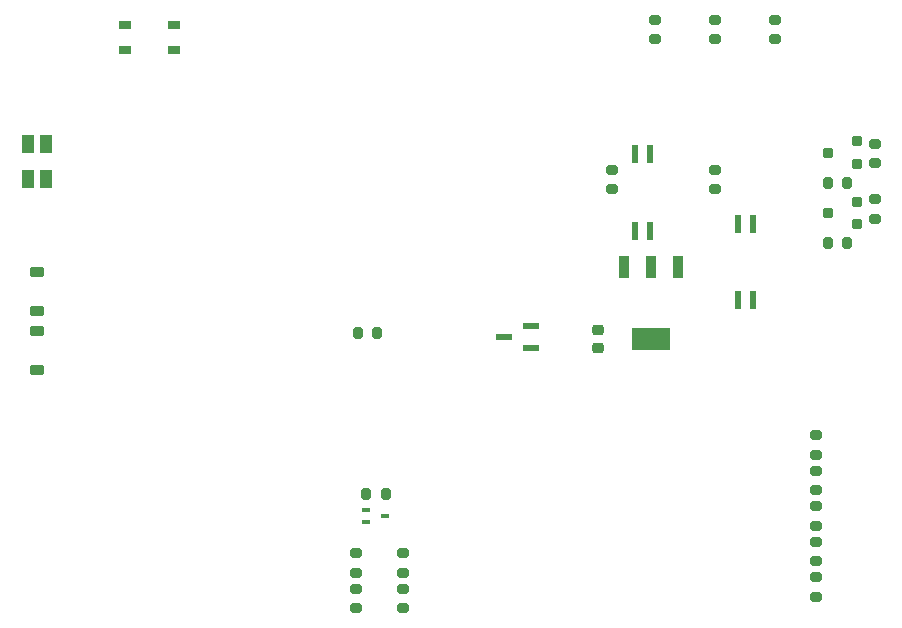
<source format=gbr>
%TF.GenerationSoftware,KiCad,Pcbnew,8.0.4*%
%TF.CreationDate,2024-08-16T06:12:58+09:00*%
%TF.ProjectId,chibarobo_board_2024,63686962-6172-46f6-926f-5f626f617264,rev?*%
%TF.SameCoordinates,Original*%
%TF.FileFunction,Paste,Top*%
%TF.FilePolarity,Positive*%
%FSLAX46Y46*%
G04 Gerber Fmt 4.6, Leading zero omitted, Abs format (unit mm)*
G04 Created by KiCad (PCBNEW 8.0.4) date 2024-08-16 06:12:58*
%MOMM*%
%LPD*%
G01*
G04 APERTURE LIST*
G04 Aperture macros list*
%AMRoundRect*
0 Rectangle with rounded corners*
0 $1 Rounding radius*
0 $2 $3 $4 $5 $6 $7 $8 $9 X,Y pos of 4 corners*
0 Add a 4 corners polygon primitive as box body*
4,1,4,$2,$3,$4,$5,$6,$7,$8,$9,$2,$3,0*
0 Add four circle primitives for the rounded corners*
1,1,$1+$1,$2,$3*
1,1,$1+$1,$4,$5*
1,1,$1+$1,$6,$7*
1,1,$1+$1,$8,$9*
0 Add four rect primitives between the rounded corners*
20,1,$1+$1,$2,$3,$4,$5,0*
20,1,$1+$1,$4,$5,$6,$7,0*
20,1,$1+$1,$6,$7,$8,$9,0*
20,1,$1+$1,$8,$9,$2,$3,0*%
G04 Aperture macros list end*
%ADD10RoundRect,0.200000X0.250000X0.200000X-0.250000X0.200000X-0.250000X-0.200000X0.250000X-0.200000X0*%
%ADD11RoundRect,0.225000X0.375000X-0.225000X0.375000X0.225000X-0.375000X0.225000X-0.375000X-0.225000X0*%
%ADD12RoundRect,0.200000X-0.275000X0.200000X-0.275000X-0.200000X0.275000X-0.200000X0.275000X0.200000X0*%
%ADD13RoundRect,0.200000X0.275000X-0.200000X0.275000X0.200000X-0.275000X0.200000X-0.275000X-0.200000X0*%
%ADD14R,1.100000X1.500000*%
%ADD15RoundRect,0.137500X0.137500X-0.662500X0.137500X0.662500X-0.137500X0.662500X-0.137500X-0.662500X0*%
%ADD16RoundRect,0.137500X-0.137500X0.662500X-0.137500X-0.662500X0.137500X-0.662500X0.137500X0.662500X0*%
%ADD17RoundRect,0.200000X-0.200000X-0.275000X0.200000X-0.275000X0.200000X0.275000X-0.200000X0.275000X0*%
%ADD18R,0.800000X0.400000*%
%ADD19RoundRect,0.225000X-0.250000X0.225000X-0.250000X-0.225000X0.250000X-0.225000X0.250000X0.225000X0*%
%ADD20R,0.950000X1.900000*%
%ADD21R,3.250000X1.900000*%
%ADD22R,1.050000X0.650000*%
%ADD23RoundRect,0.200000X0.200000X0.275000X-0.200000X0.275000X-0.200000X-0.275000X0.200000X-0.275000X0*%
%ADD24R,1.450000X0.600000*%
G04 APERTURE END LIST*
D10*
%TO.C,Q7*%
X171403427Y-69289513D03*
X171403427Y-67389513D03*
X169003427Y-68339513D03*
%TD*%
%TO.C,Q6*%
X171398682Y-64199293D03*
X171398682Y-62299293D03*
X168998682Y-63249293D03*
%TD*%
D11*
%TO.C,D3*%
X102000000Y-76650000D03*
X102000000Y-73350000D03*
%TD*%
D12*
%TO.C,R30*%
X168000000Y-90175000D03*
X168000000Y-91825000D03*
%TD*%
%TO.C,R23*%
X159380110Y-64675000D03*
X159380110Y-66325000D03*
%TD*%
%TO.C,R32*%
X168000000Y-93175000D03*
X168000000Y-94825000D03*
%TD*%
D13*
%TO.C,R5*%
X133000000Y-98825000D03*
X133000000Y-97175000D03*
%TD*%
D14*
%TO.C,D2*%
X101250000Y-65500000D03*
X101250000Y-62500000D03*
X102750000Y-62500000D03*
X102750000Y-65500000D03*
%TD*%
D13*
%TO.C,R11*%
X128997541Y-98831399D03*
X128997541Y-97181399D03*
%TD*%
D12*
%TO.C,R14*%
X164500000Y-52000000D03*
X164500000Y-53650000D03*
%TD*%
D15*
%TO.C,U5*%
X152627632Y-69885143D03*
X153897632Y-69885143D03*
X153897632Y-63385143D03*
X152627632Y-63385143D03*
%TD*%
D13*
%TO.C,R22*%
X173000743Y-64125149D03*
X173000743Y-62475149D03*
%TD*%
D16*
%TO.C,U4*%
X162635000Y-69250000D03*
X161365000Y-69250000D03*
X161365000Y-75750000D03*
X162635000Y-75750000D03*
%TD*%
D17*
%TO.C,R62*%
X129898893Y-92180854D03*
X131548893Y-92180854D03*
%TD*%
D12*
%TO.C,R17*%
X159448085Y-52009604D03*
X159448085Y-53659604D03*
%TD*%
D18*
%TO.C,Q15*%
X129900000Y-93500000D03*
X129900000Y-94500000D03*
X131500000Y-94000000D03*
%TD*%
D11*
%TO.C,D1*%
X102000000Y-81650000D03*
X102000000Y-78350000D03*
%TD*%
D19*
%TO.C,C19*%
X149500000Y-78225000D03*
X149500000Y-79775000D03*
%TD*%
D20*
%TO.C,Q14*%
X156300000Y-72950000D03*
X154000000Y-72950000D03*
X151700000Y-72950000D03*
D21*
X154000000Y-79050000D03*
%TD*%
D12*
%TO.C,R36*%
X168000000Y-99175000D03*
X168000000Y-100825000D03*
%TD*%
D22*
%TO.C,S1*%
X109425000Y-52425000D03*
X113575000Y-52425000D03*
X109425000Y-54575000D03*
X113575000Y-54575000D03*
%TD*%
D13*
%TO.C,R25*%
X173000000Y-68825000D03*
X173000000Y-67175000D03*
%TD*%
D23*
%TO.C,R38*%
X130825000Y-78500000D03*
X129175000Y-78500000D03*
%TD*%
D12*
%TO.C,R26*%
X150693174Y-64675000D03*
X150693174Y-66325000D03*
%TD*%
D24*
%TO.C,Q12*%
X143836443Y-79814947D03*
X143836443Y-77914947D03*
X141536443Y-78864947D03*
%TD*%
D13*
%TO.C,R10*%
X129000000Y-101825000D03*
X129000000Y-100175000D03*
%TD*%
%TO.C,R4*%
X133000000Y-101825000D03*
X133000000Y-100175000D03*
%TD*%
D12*
%TO.C,R28*%
X168000000Y-87175000D03*
X168000000Y-88825000D03*
%TD*%
D17*
%TO.C,R21*%
X168956806Y-65801274D03*
X170606806Y-65801274D03*
%TD*%
D12*
%TO.C,R20*%
X154338238Y-51983808D03*
X154338238Y-53633808D03*
%TD*%
D17*
%TO.C,R24*%
X168956806Y-70876853D03*
X170606806Y-70876853D03*
%TD*%
D12*
%TO.C,R34*%
X168000000Y-96175000D03*
X168000000Y-97825000D03*
%TD*%
M02*

</source>
